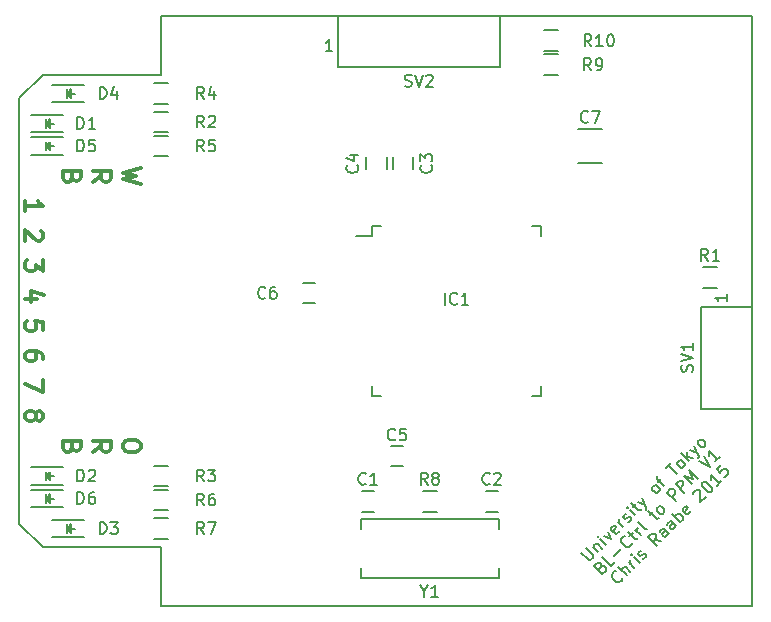
<source format=gbr>
G04 #@! TF.FileFunction,Legend,Top*
%FSLAX46Y46*%
G04 Gerber Fmt 4.6, Leading zero omitted, Abs format (unit mm)*
G04 Created by KiCad (PCBNEW 4.0.0-rc1-stable) date 11/9/2015 9:11:32 AM*
%MOMM*%
G01*
G04 APERTURE LIST*
%ADD10C,0.100000*%
%ADD11C,0.150000*%
%ADD12C,0.300000*%
G04 APERTURE END LIST*
D10*
D11*
X86383846Y-71648672D02*
X86956266Y-72221091D01*
X87057281Y-72254763D01*
X87124625Y-72254763D01*
X87225640Y-72221091D01*
X87360327Y-72086404D01*
X87393999Y-71985389D01*
X87393999Y-71918045D01*
X87360327Y-71817030D01*
X86787908Y-71244610D01*
X87360327Y-71143595D02*
X87831732Y-71615000D01*
X87427670Y-71210939D02*
X87427670Y-71143595D01*
X87461342Y-71042580D01*
X87562358Y-70941564D01*
X87663373Y-70907892D01*
X87764388Y-70941564D01*
X88134778Y-71311954D01*
X88471495Y-70975236D02*
X88000090Y-70503832D01*
X87764388Y-70268130D02*
X87764388Y-70335473D01*
X87831732Y-70335473D01*
X87831732Y-70268130D01*
X87764388Y-70268130D01*
X87831732Y-70335473D01*
X88269464Y-70234458D02*
X88909227Y-70537504D01*
X88606182Y-69897740D01*
X89582663Y-69796725D02*
X89548991Y-69897740D01*
X89414304Y-70032428D01*
X89313288Y-70066099D01*
X89212273Y-70032428D01*
X88942899Y-69763053D01*
X88909227Y-69662038D01*
X88942899Y-69561023D01*
X89077586Y-69426335D01*
X89178602Y-69392664D01*
X89279617Y-69426335D01*
X89346961Y-69493680D01*
X89077586Y-69897741D01*
X89953052Y-69493680D02*
X89481647Y-69022275D01*
X89616334Y-69156962D02*
X89582662Y-69055946D01*
X89582662Y-68988603D01*
X89616334Y-68887588D01*
X89683678Y-68820244D01*
X90323441Y-69055946D02*
X90424457Y-69022275D01*
X90559143Y-68887588D01*
X90592816Y-68786572D01*
X90559144Y-68685557D01*
X90525472Y-68651885D01*
X90424457Y-68618213D01*
X90323441Y-68651886D01*
X90222426Y-68752901D01*
X90121411Y-68786573D01*
X90020395Y-68752900D01*
X89986724Y-68719229D01*
X89953052Y-68618213D01*
X89986724Y-68517198D01*
X90087739Y-68416183D01*
X90188755Y-68382511D01*
X90963205Y-68483527D02*
X90491800Y-68012122D01*
X90256098Y-67776420D02*
X90256098Y-67843763D01*
X90323441Y-67843763D01*
X90323441Y-67776420D01*
X90256098Y-67776420D01*
X90323441Y-67843763D01*
X90727502Y-67776420D02*
X90996876Y-67507046D01*
X90592815Y-67439703D02*
X91198907Y-68045794D01*
X91299922Y-68079466D01*
X91400937Y-68045794D01*
X91468281Y-67978451D01*
X91165235Y-67338687D02*
X91804998Y-67641733D01*
X91501953Y-67001969D02*
X91804998Y-67641733D01*
X91906014Y-67877435D01*
X91906014Y-67944778D01*
X91872342Y-68045794D01*
X92882495Y-66564237D02*
X92781480Y-66597908D01*
X92714136Y-66597908D01*
X92613121Y-66564237D01*
X92411090Y-66362206D01*
X92377418Y-66261190D01*
X92377418Y-66193847D01*
X92411090Y-66092832D01*
X92512106Y-65991816D01*
X92613121Y-65958144D01*
X92680465Y-65958144D01*
X92781480Y-65991816D01*
X92983511Y-66193847D01*
X93017182Y-66294862D01*
X93017182Y-66362206D01*
X92983511Y-66463221D01*
X92882495Y-66564237D01*
X92848823Y-65655099D02*
X93118197Y-65385725D01*
X93421243Y-66025488D02*
X92815151Y-65419397D01*
X92781480Y-65318382D01*
X92815151Y-65217366D01*
X92882495Y-65150023D01*
X93555931Y-64476587D02*
X93959992Y-64072526D01*
X94465068Y-64981664D02*
X93757961Y-64274557D01*
X95003816Y-64442915D02*
X94902801Y-64476587D01*
X94835457Y-64476587D01*
X94734442Y-64442915D01*
X94532411Y-64240884D01*
X94498739Y-64139869D01*
X94498739Y-64072526D01*
X94532411Y-63971511D01*
X94633427Y-63870495D01*
X94734442Y-63836823D01*
X94801786Y-63836823D01*
X94902801Y-63870495D01*
X95104832Y-64072526D01*
X95138503Y-64173541D01*
X95138503Y-64240884D01*
X95104832Y-64341900D01*
X95003816Y-64442915D01*
X95542564Y-63904167D02*
X94835457Y-63197060D01*
X95340534Y-63567450D02*
X95811939Y-63634793D01*
X95340534Y-63163388D02*
X95340534Y-63702137D01*
X95576236Y-62927686D02*
X96215999Y-63230732D01*
X95912954Y-62590968D02*
X96215999Y-63230732D01*
X96317014Y-63466434D01*
X96317014Y-63533778D01*
X96283343Y-63634793D01*
X96754747Y-62691984D02*
X96653732Y-62725656D01*
X96586389Y-62725656D01*
X96485374Y-62691984D01*
X96283343Y-62489953D01*
X96249671Y-62388938D01*
X96249671Y-62321594D01*
X96283343Y-62220579D01*
X96384358Y-62119563D01*
X96485374Y-62085892D01*
X96552717Y-62085892D01*
X96653732Y-62119563D01*
X96855763Y-62321594D01*
X96889435Y-62422610D01*
X96889435Y-62489953D01*
X96855763Y-62590968D01*
X96754747Y-62691984D01*
X88035447Y-72862538D02*
X88170133Y-72795194D01*
X88237478Y-72795195D01*
X88338493Y-72828867D01*
X88439508Y-72929882D01*
X88473180Y-73030897D01*
X88473180Y-73098240D01*
X88439508Y-73199255D01*
X88170133Y-73468630D01*
X87463027Y-72761523D01*
X87698729Y-72525820D01*
X87799745Y-72492149D01*
X87867088Y-72492149D01*
X87968103Y-72525820D01*
X88035447Y-72593164D01*
X88069118Y-72694179D01*
X88069118Y-72761522D01*
X88035447Y-72862538D01*
X87799744Y-73098240D01*
X89213958Y-72424805D02*
X88877240Y-72761523D01*
X88170133Y-72054416D01*
X89180286Y-71919729D02*
X89719035Y-71380981D01*
X90661843Y-70842233D02*
X90661843Y-70909576D01*
X90594500Y-71044263D01*
X90527157Y-71111607D01*
X90392469Y-71178951D01*
X90257782Y-71178951D01*
X90156767Y-71145279D01*
X89988408Y-71044264D01*
X89887393Y-70943248D01*
X89786377Y-70774890D01*
X89752706Y-70673874D01*
X89752706Y-70539188D01*
X89820050Y-70404500D01*
X89887393Y-70337157D01*
X90022080Y-70269813D01*
X90089424Y-70269813D01*
X90459812Y-70236141D02*
X90729186Y-69966768D01*
X90325126Y-69899424D02*
X90931217Y-70505516D01*
X91032232Y-70539188D01*
X91133247Y-70505516D01*
X91200591Y-70438172D01*
X91436294Y-70202470D02*
X90964889Y-69731065D01*
X91099576Y-69865752D02*
X91065904Y-69764737D01*
X91065904Y-69697393D01*
X91099576Y-69596378D01*
X91166920Y-69529034D01*
X91975042Y-69663721D02*
X91874027Y-69697393D01*
X91773012Y-69663721D01*
X91166920Y-69057630D01*
X92210745Y-68485209D02*
X92480118Y-68215836D01*
X92076058Y-68148492D02*
X92682149Y-68754584D01*
X92783164Y-68788255D01*
X92884180Y-68754584D01*
X92951523Y-68687240D01*
X93288241Y-68350522D02*
X93187226Y-68384194D01*
X93119882Y-68384194D01*
X93018867Y-68350522D01*
X92816836Y-68148491D01*
X92783164Y-68047476D01*
X92783164Y-67980133D01*
X92816836Y-67879118D01*
X92917852Y-67778102D01*
X93018867Y-67744430D01*
X93086211Y-67744430D01*
X93187226Y-67778102D01*
X93389257Y-67980133D01*
X93422929Y-68081148D01*
X93422929Y-68148491D01*
X93389257Y-68249507D01*
X93288241Y-68350522D01*
X94365737Y-67273026D02*
X93658631Y-66565919D01*
X93928005Y-66296545D01*
X94029020Y-66262873D01*
X94096364Y-66262873D01*
X94197379Y-66296545D01*
X94298394Y-66397560D01*
X94332066Y-66498575D01*
X94332066Y-66565919D01*
X94298394Y-66666934D01*
X94029019Y-66936308D01*
X95072844Y-66565919D02*
X94365737Y-65858812D01*
X94635112Y-65589438D01*
X94736127Y-65555766D01*
X94803470Y-65555766D01*
X94904486Y-65589438D01*
X95005501Y-65690453D01*
X95039172Y-65791468D01*
X95039172Y-65858812D01*
X95005501Y-65959827D01*
X94736126Y-66229201D01*
X95779951Y-65858812D02*
X95072844Y-65151706D01*
X95813623Y-65421079D01*
X95544249Y-64680301D01*
X96251356Y-65387408D01*
X96318699Y-63905851D02*
X97261508Y-64377255D01*
X96790104Y-63434446D01*
X98103302Y-63535461D02*
X97699241Y-63939522D01*
X97901271Y-63737492D02*
X97194164Y-63030385D01*
X97227836Y-63198744D01*
X97227836Y-63333431D01*
X97194164Y-63434446D01*
X89872242Y-73823867D02*
X89872242Y-73891210D01*
X89804898Y-74025897D01*
X89737555Y-74093240D01*
X89602867Y-74160585D01*
X89468181Y-74160585D01*
X89367165Y-74126913D01*
X89198807Y-74025898D01*
X89097791Y-73924882D01*
X88996776Y-73756523D01*
X88963104Y-73655508D01*
X88963104Y-73520821D01*
X89030448Y-73386134D01*
X89097792Y-73318790D01*
X89232478Y-73251447D01*
X89299822Y-73251447D01*
X90242631Y-73588165D02*
X89535524Y-72881058D01*
X90545677Y-73285118D02*
X90175287Y-72914729D01*
X90074272Y-72881057D01*
X89973257Y-72914729D01*
X89872241Y-73015745D01*
X89838569Y-73116760D01*
X89838569Y-73184103D01*
X90882394Y-72948401D02*
X90410989Y-72476997D01*
X90545676Y-72611683D02*
X90512004Y-72510668D01*
X90512004Y-72443325D01*
X90545676Y-72342310D01*
X90613020Y-72274966D01*
X91320127Y-72510668D02*
X90848722Y-72039263D01*
X90613020Y-71803561D02*
X90613020Y-71870905D01*
X90680364Y-71870905D01*
X90680364Y-71803561D01*
X90613020Y-71803561D01*
X90680364Y-71870905D01*
X91589501Y-72173951D02*
X91690516Y-72140279D01*
X91825203Y-72005592D01*
X91858875Y-71904577D01*
X91825204Y-71803561D01*
X91791532Y-71769890D01*
X91690517Y-71736218D01*
X91589501Y-71769890D01*
X91488486Y-71870906D01*
X91387471Y-71904577D01*
X91286455Y-71870905D01*
X91252783Y-71837233D01*
X91219111Y-71736218D01*
X91252783Y-71635203D01*
X91353798Y-71534188D01*
X91454814Y-71500515D01*
X93172074Y-70658722D02*
X92599653Y-70557706D01*
X92768012Y-71062783D02*
X92060906Y-70355676D01*
X92330280Y-70086302D01*
X92431295Y-70052630D01*
X92498639Y-70052630D01*
X92599654Y-70086302D01*
X92700669Y-70187317D01*
X92734341Y-70288332D01*
X92734341Y-70355675D01*
X92700669Y-70456691D01*
X92431295Y-70726065D01*
X93778165Y-70052630D02*
X93407776Y-69682240D01*
X93306761Y-69648569D01*
X93205745Y-69682240D01*
X93071058Y-69816928D01*
X93037386Y-69917943D01*
X93744494Y-70018958D02*
X93710822Y-70119973D01*
X93542463Y-70288333D01*
X93441447Y-70322004D01*
X93340432Y-70288333D01*
X93273089Y-70220989D01*
X93239417Y-70119974D01*
X93273089Y-70018959D01*
X93441448Y-69850600D01*
X93475120Y-69749585D01*
X94417929Y-69412867D02*
X94047539Y-69042477D01*
X93946524Y-69008805D01*
X93845509Y-69042477D01*
X93710821Y-69177165D01*
X93677149Y-69278180D01*
X94384257Y-69379195D02*
X94350585Y-69480210D01*
X94182226Y-69648569D01*
X94081211Y-69682241D01*
X93980196Y-69648569D01*
X93912852Y-69581226D01*
X93879180Y-69480211D01*
X93912852Y-69379196D01*
X94081212Y-69210836D01*
X94114883Y-69109821D01*
X94754646Y-69076149D02*
X94047539Y-68369043D01*
X94316913Y-68638416D02*
X94350585Y-68537401D01*
X94485272Y-68402714D01*
X94586287Y-68369042D01*
X94653631Y-68369042D01*
X94754646Y-68402714D01*
X94956677Y-68604745D01*
X94990349Y-68705760D01*
X94990349Y-68773103D01*
X94956677Y-68874118D01*
X94821989Y-69008806D01*
X94720974Y-69042478D01*
X95630112Y-68133340D02*
X95596440Y-68234355D01*
X95461753Y-68369043D01*
X95360737Y-68402714D01*
X95259722Y-68369043D01*
X94990348Y-68099668D01*
X94956676Y-67998653D01*
X94990348Y-67897638D01*
X95125035Y-67762950D01*
X95226051Y-67729279D01*
X95327066Y-67762950D01*
X95394410Y-67830295D01*
X95125035Y-68234356D01*
X95865814Y-66685455D02*
X95865814Y-66618111D01*
X95899486Y-66517096D01*
X96067845Y-66348737D01*
X96168860Y-66315065D01*
X96236204Y-66315065D01*
X96337219Y-66348737D01*
X96404562Y-66416080D01*
X96471906Y-66550767D01*
X96471906Y-67358890D01*
X96909639Y-66921157D01*
X96640264Y-65776318D02*
X96707608Y-65708973D01*
X96808623Y-65675302D01*
X96875967Y-65675302D01*
X96976982Y-65708973D01*
X97145341Y-65809989D01*
X97313700Y-65978348D01*
X97414715Y-66146706D01*
X97448387Y-66247722D01*
X97448387Y-66315065D01*
X97414715Y-66416080D01*
X97347371Y-66483424D01*
X97246356Y-66517096D01*
X97179012Y-66517096D01*
X97077997Y-66483424D01*
X96909639Y-66382409D01*
X96741279Y-66214050D01*
X96640264Y-66045691D01*
X96606592Y-65944676D01*
X96606592Y-65877333D01*
X96640264Y-65776318D01*
X98256509Y-65574287D02*
X97852447Y-65978348D01*
X98054478Y-65776318D02*
X97347371Y-65069211D01*
X97381043Y-65237569D01*
X97381043Y-65372256D01*
X97347371Y-65473271D01*
X98189165Y-64227416D02*
X97852447Y-64564134D01*
X98155493Y-64934523D01*
X98155493Y-64867180D01*
X98189165Y-64766165D01*
X98357524Y-64597805D01*
X98458539Y-64564134D01*
X98525883Y-64564134D01*
X98626898Y-64597806D01*
X98795257Y-64766165D01*
X98828929Y-64867180D01*
X98828929Y-64934523D01*
X98795257Y-65035538D01*
X98626898Y-65203898D01*
X98525883Y-65237569D01*
X98458539Y-65237569D01*
X100800000Y-76200000D02*
X100800000Y-26200000D01*
X50800000Y-76200000D02*
X100800000Y-76200000D01*
X50800000Y-71200000D02*
X50800000Y-76200000D01*
X40800000Y-71200000D02*
X50800000Y-71200000D01*
X38800000Y-69200000D02*
X40800000Y-71200000D01*
X38800000Y-33200000D02*
X38800000Y-69200000D01*
X40800000Y-31200000D02*
X38800000Y-33200000D01*
X50800000Y-31200000D02*
X40800000Y-31200000D01*
X50800000Y-26200000D02*
X50800000Y-31200000D01*
X100800000Y-26200000D02*
X50800000Y-26200000D01*
D12*
X40183571Y-59947144D02*
X40255000Y-59804286D01*
X40326429Y-59732858D01*
X40469286Y-59661429D01*
X40540714Y-59661429D01*
X40683571Y-59732858D01*
X40755000Y-59804286D01*
X40826429Y-59947144D01*
X40826429Y-60232858D01*
X40755000Y-60375715D01*
X40683571Y-60447144D01*
X40540714Y-60518572D01*
X40469286Y-60518572D01*
X40326429Y-60447144D01*
X40255000Y-60375715D01*
X40183571Y-60232858D01*
X40183571Y-59947144D01*
X40112143Y-59804286D01*
X40040714Y-59732858D01*
X39897857Y-59661429D01*
X39612143Y-59661429D01*
X39469286Y-59732858D01*
X39397857Y-59804286D01*
X39326429Y-59947144D01*
X39326429Y-60232858D01*
X39397857Y-60375715D01*
X39469286Y-60447144D01*
X39612143Y-60518572D01*
X39897857Y-60518572D01*
X40040714Y-60447144D01*
X40112143Y-60375715D01*
X40183571Y-60232858D01*
X40826429Y-57050001D02*
X40826429Y-58050001D01*
X39326429Y-57407144D01*
X40826429Y-55295715D02*
X40826429Y-55010001D01*
X40755000Y-54867144D01*
X40683571Y-54795715D01*
X40469286Y-54652858D01*
X40183571Y-54581429D01*
X39612143Y-54581429D01*
X39469286Y-54652858D01*
X39397857Y-54724286D01*
X39326429Y-54867144D01*
X39326429Y-55152858D01*
X39397857Y-55295715D01*
X39469286Y-55367144D01*
X39612143Y-55438572D01*
X39969286Y-55438572D01*
X40112143Y-55367144D01*
X40183571Y-55295715D01*
X40255000Y-55152858D01*
X40255000Y-54867144D01*
X40183571Y-54724286D01*
X40112143Y-54652858D01*
X39969286Y-54581429D01*
X40826429Y-52827144D02*
X40826429Y-52112858D01*
X40112143Y-52041429D01*
X40183571Y-52112858D01*
X40255000Y-52255715D01*
X40255000Y-52612858D01*
X40183571Y-52755715D01*
X40112143Y-52827144D01*
X39969286Y-52898572D01*
X39612143Y-52898572D01*
X39469286Y-52827144D01*
X39397857Y-52755715D01*
X39326429Y-52612858D01*
X39326429Y-52255715D01*
X39397857Y-52112858D01*
X39469286Y-52041429D01*
X40326429Y-50215715D02*
X39326429Y-50215715D01*
X40897857Y-49858572D02*
X39826429Y-49501429D01*
X39826429Y-50430001D01*
X40826429Y-46890001D02*
X40826429Y-47818572D01*
X40255000Y-47318572D01*
X40255000Y-47532858D01*
X40183571Y-47675715D01*
X40112143Y-47747144D01*
X39969286Y-47818572D01*
X39612143Y-47818572D01*
X39469286Y-47747144D01*
X39397857Y-47675715D01*
X39326429Y-47532858D01*
X39326429Y-47104286D01*
X39397857Y-46961429D01*
X39469286Y-46890001D01*
X40683571Y-44421429D02*
X40755000Y-44492858D01*
X40826429Y-44635715D01*
X40826429Y-44992858D01*
X40755000Y-45135715D01*
X40683571Y-45207144D01*
X40540714Y-45278572D01*
X40397857Y-45278572D01*
X40183571Y-45207144D01*
X39326429Y-44350001D01*
X39326429Y-45278572D01*
X39326429Y-42738572D02*
X39326429Y-41881429D01*
X39326429Y-42310001D02*
X40826429Y-42310001D01*
X40612143Y-42167144D01*
X40469286Y-42024286D01*
X40397857Y-41881429D01*
X49081429Y-62487143D02*
X49081429Y-62772857D01*
X49010000Y-62915715D01*
X48867143Y-63058572D01*
X48581429Y-63130000D01*
X48081429Y-63130000D01*
X47795714Y-63058572D01*
X47652857Y-62915715D01*
X47581429Y-62772857D01*
X47581429Y-62487143D01*
X47652857Y-62344286D01*
X47795714Y-62201429D01*
X48081429Y-62130000D01*
X48581429Y-62130000D01*
X48867143Y-62201429D01*
X49010000Y-62344286D01*
X49081429Y-62487143D01*
X45041429Y-63094286D02*
X45755714Y-62594286D01*
X45041429Y-62237143D02*
X46541429Y-62237143D01*
X46541429Y-62808571D01*
X46470000Y-62951429D01*
X46398571Y-63022857D01*
X46255714Y-63094286D01*
X46041429Y-63094286D01*
X45898571Y-63022857D01*
X45827143Y-62951429D01*
X45755714Y-62808571D01*
X45755714Y-62237143D01*
X43287143Y-62737143D02*
X43215714Y-62951429D01*
X43144286Y-63022857D01*
X43001429Y-63094286D01*
X42787143Y-63094286D01*
X42644286Y-63022857D01*
X42572857Y-62951429D01*
X42501429Y-62808571D01*
X42501429Y-62237143D01*
X44001429Y-62237143D01*
X44001429Y-62737143D01*
X43930000Y-62880000D01*
X43858571Y-62951429D01*
X43715714Y-63022857D01*
X43572857Y-63022857D01*
X43430000Y-62951429D01*
X43358571Y-62880000D01*
X43287143Y-62737143D01*
X43287143Y-62237143D01*
X49081429Y-39127143D02*
X47581429Y-39484286D01*
X48652857Y-39770000D01*
X47581429Y-40055714D01*
X49081429Y-40412857D01*
X45041429Y-40234286D02*
X45755714Y-39734286D01*
X45041429Y-39377143D02*
X46541429Y-39377143D01*
X46541429Y-39948571D01*
X46470000Y-40091429D01*
X46398571Y-40162857D01*
X46255714Y-40234286D01*
X46041429Y-40234286D01*
X45898571Y-40162857D01*
X45827143Y-40091429D01*
X45755714Y-39948571D01*
X45755714Y-39377143D01*
X43287143Y-39877143D02*
X43215714Y-40091429D01*
X43144286Y-40162857D01*
X43001429Y-40234286D01*
X42787143Y-40234286D01*
X42644286Y-40162857D01*
X42572857Y-40091429D01*
X42501429Y-39948571D01*
X42501429Y-39377143D01*
X44001429Y-39377143D01*
X44001429Y-39877143D01*
X43930000Y-40020000D01*
X43858571Y-40091429D01*
X43715714Y-40162857D01*
X43572857Y-40162857D01*
X43430000Y-40091429D01*
X43358571Y-40020000D01*
X43287143Y-39877143D01*
X43287143Y-39377143D01*
D11*
X68625000Y-44025000D02*
X68625000Y-44825000D01*
X82975000Y-44025000D02*
X82975000Y-44825000D01*
X82975000Y-58375000D02*
X82975000Y-57575000D01*
X68625000Y-58375000D02*
X68625000Y-57575000D01*
X68625000Y-44025000D02*
X69425000Y-44025000D01*
X68625000Y-58375000D02*
X69425000Y-58375000D01*
X82975000Y-58375000D02*
X82175000Y-58375000D01*
X82975000Y-44025000D02*
X82175000Y-44025000D01*
X68625000Y-44825000D02*
X67350000Y-44825000D01*
X67700380Y-73829360D02*
X79399620Y-73829360D01*
X79399620Y-68830640D02*
X67700380Y-68830640D01*
X79399620Y-73829360D02*
X79399620Y-72981000D01*
X79399620Y-68830640D02*
X79399620Y-69679000D01*
X67700380Y-73829360D02*
X67700380Y-72981000D01*
X67700380Y-68830640D02*
X67700380Y-69679000D01*
X67800000Y-68180000D02*
X68800000Y-68180000D01*
X68800000Y-66480000D02*
X67800000Y-66480000D01*
X79300000Y-66480000D02*
X78300000Y-66480000D01*
X78300000Y-68180000D02*
X79300000Y-68180000D01*
X70450000Y-38200000D02*
X70450000Y-39200000D01*
X72150000Y-39200000D02*
X72150000Y-38200000D01*
X68200000Y-38200000D02*
X68200000Y-39200000D01*
X69900000Y-39200000D02*
X69900000Y-38200000D01*
X70300000Y-64300000D02*
X71300000Y-64300000D01*
X71300000Y-62600000D02*
X70300000Y-62600000D01*
X62800000Y-50550000D02*
X63800000Y-50550000D01*
X63800000Y-48850000D02*
X62800000Y-48850000D01*
X39802000Y-36075000D02*
X42502000Y-36075000D01*
X39802000Y-34575000D02*
X42502000Y-34575000D01*
X41302000Y-35475000D02*
X41302000Y-35225000D01*
X41302000Y-35225000D02*
X41152000Y-35375000D01*
X41052000Y-34975000D02*
X41052000Y-35675000D01*
X41402000Y-35325000D02*
X41752000Y-35325000D01*
X41052000Y-35325000D02*
X41402000Y-34975000D01*
X41402000Y-34975000D02*
X41402000Y-35675000D01*
X41402000Y-35675000D02*
X41052000Y-35325000D01*
X39802000Y-65920000D02*
X42502000Y-65920000D01*
X39802000Y-64420000D02*
X42502000Y-64420000D01*
X41302000Y-65320000D02*
X41302000Y-65070000D01*
X41302000Y-65070000D02*
X41152000Y-65220000D01*
X41052000Y-64820000D02*
X41052000Y-65520000D01*
X41402000Y-65170000D02*
X41752000Y-65170000D01*
X41052000Y-65170000D02*
X41402000Y-64820000D01*
X41402000Y-64820000D02*
X41402000Y-65520000D01*
X41402000Y-65520000D02*
X41052000Y-65170000D01*
X41580000Y-70365000D02*
X44280000Y-70365000D01*
X41580000Y-68865000D02*
X44280000Y-68865000D01*
X43080000Y-69765000D02*
X43080000Y-69515000D01*
X43080000Y-69515000D02*
X42930000Y-69665000D01*
X42830000Y-69265000D02*
X42830000Y-69965000D01*
X43180000Y-69615000D02*
X43530000Y-69615000D01*
X42830000Y-69615000D02*
X43180000Y-69265000D01*
X43180000Y-69265000D02*
X43180000Y-69965000D01*
X43180000Y-69965000D02*
X42830000Y-69615000D01*
X41580000Y-33535000D02*
X44280000Y-33535000D01*
X41580000Y-32035000D02*
X44280000Y-32035000D01*
X43080000Y-32935000D02*
X43080000Y-32685000D01*
X43080000Y-32685000D02*
X42930000Y-32835000D01*
X42830000Y-32435000D02*
X42830000Y-33135000D01*
X43180000Y-32785000D02*
X43530000Y-32785000D01*
X42830000Y-32785000D02*
X43180000Y-32435000D01*
X43180000Y-32435000D02*
X43180000Y-33135000D01*
X43180000Y-33135000D02*
X42830000Y-32785000D01*
X39802000Y-37980000D02*
X42502000Y-37980000D01*
X39802000Y-36480000D02*
X42502000Y-36480000D01*
X41302000Y-37380000D02*
X41302000Y-37130000D01*
X41302000Y-37130000D02*
X41152000Y-37280000D01*
X41052000Y-36880000D02*
X41052000Y-37580000D01*
X41402000Y-37230000D02*
X41752000Y-37230000D01*
X41052000Y-37230000D02*
X41402000Y-36880000D01*
X41402000Y-36880000D02*
X41402000Y-37580000D01*
X41402000Y-37580000D02*
X41052000Y-37230000D01*
X39802000Y-67825000D02*
X42502000Y-67825000D01*
X39802000Y-66325000D02*
X42502000Y-66325000D01*
X41302000Y-67225000D02*
X41302000Y-66975000D01*
X41302000Y-66975000D02*
X41152000Y-67125000D01*
X41052000Y-66725000D02*
X41052000Y-67425000D01*
X41402000Y-67075000D02*
X41752000Y-67075000D01*
X41052000Y-67075000D02*
X41402000Y-66725000D01*
X41402000Y-66725000D02*
X41402000Y-67425000D01*
X41402000Y-67425000D02*
X41052000Y-67075000D01*
X96682000Y-47512000D02*
X97882000Y-47512000D01*
X97882000Y-49262000D02*
X96682000Y-49262000D01*
X50200000Y-34323000D02*
X51400000Y-34323000D01*
X51400000Y-36073000D02*
X50200000Y-36073000D01*
X50200000Y-64295000D02*
X51400000Y-64295000D01*
X51400000Y-66045000D02*
X50200000Y-66045000D01*
X50200000Y-31910000D02*
X51400000Y-31910000D01*
X51400000Y-33660000D02*
X50200000Y-33660000D01*
X50200000Y-36355000D02*
X51400000Y-36355000D01*
X51400000Y-38105000D02*
X50200000Y-38105000D01*
X50200000Y-66327000D02*
X51400000Y-66327000D01*
X51400000Y-68077000D02*
X50200000Y-68077000D01*
X51400000Y-70490000D02*
X50200000Y-70490000D01*
X50200000Y-68740000D02*
X51400000Y-68740000D01*
X72950000Y-66455000D02*
X74150000Y-66455000D01*
X74150000Y-68205000D02*
X72950000Y-68205000D01*
X84420000Y-31228000D02*
X83220000Y-31228000D01*
X83220000Y-29478000D02*
X84420000Y-29478000D01*
X84420000Y-29196000D02*
X83220000Y-29196000D01*
X83220000Y-27446000D02*
X84420000Y-27446000D01*
X96482000Y-59455000D02*
X96482000Y-50819000D01*
X96482000Y-59455000D02*
X100800000Y-59455000D01*
X96482000Y-50819000D02*
X100800000Y-50819000D01*
X79502000Y-30518000D02*
X65786000Y-30518000D01*
X79502000Y-30518000D02*
X79502000Y-26200000D01*
X65786000Y-30518000D02*
X65786000Y-26200000D01*
X88122000Y-35755000D02*
X86122000Y-35755000D01*
X86122000Y-38705000D02*
X88122000Y-38705000D01*
X74823810Y-50652381D02*
X74823810Y-49652381D01*
X75871429Y-50557143D02*
X75823810Y-50604762D01*
X75680953Y-50652381D01*
X75585715Y-50652381D01*
X75442857Y-50604762D01*
X75347619Y-50509524D01*
X75300000Y-50414286D01*
X75252381Y-50223810D01*
X75252381Y-50080952D01*
X75300000Y-49890476D01*
X75347619Y-49795238D01*
X75442857Y-49700000D01*
X75585715Y-49652381D01*
X75680953Y-49652381D01*
X75823810Y-49700000D01*
X75871429Y-49747619D01*
X76823810Y-50652381D02*
X76252381Y-50652381D01*
X76538095Y-50652381D02*
X76538095Y-49652381D01*
X76442857Y-49795238D01*
X76347619Y-49890476D01*
X76252381Y-49938095D01*
X73073809Y-74926190D02*
X73073809Y-75402381D01*
X72740476Y-74402381D02*
X73073809Y-74926190D01*
X73407143Y-74402381D01*
X74264286Y-75402381D02*
X73692857Y-75402381D01*
X73978571Y-75402381D02*
X73978571Y-74402381D01*
X73883333Y-74545238D01*
X73788095Y-74640476D01*
X73692857Y-74688095D01*
X68133334Y-65807143D02*
X68085715Y-65854762D01*
X67942858Y-65902381D01*
X67847620Y-65902381D01*
X67704762Y-65854762D01*
X67609524Y-65759524D01*
X67561905Y-65664286D01*
X67514286Y-65473810D01*
X67514286Y-65330952D01*
X67561905Y-65140476D01*
X67609524Y-65045238D01*
X67704762Y-64950000D01*
X67847620Y-64902381D01*
X67942858Y-64902381D01*
X68085715Y-64950000D01*
X68133334Y-64997619D01*
X69085715Y-65902381D02*
X68514286Y-65902381D01*
X68800000Y-65902381D02*
X68800000Y-64902381D01*
X68704762Y-65045238D01*
X68609524Y-65140476D01*
X68514286Y-65188095D01*
X78633334Y-65807143D02*
X78585715Y-65854762D01*
X78442858Y-65902381D01*
X78347620Y-65902381D01*
X78204762Y-65854762D01*
X78109524Y-65759524D01*
X78061905Y-65664286D01*
X78014286Y-65473810D01*
X78014286Y-65330952D01*
X78061905Y-65140476D01*
X78109524Y-65045238D01*
X78204762Y-64950000D01*
X78347620Y-64902381D01*
X78442858Y-64902381D01*
X78585715Y-64950000D01*
X78633334Y-64997619D01*
X79014286Y-64997619D02*
X79061905Y-64950000D01*
X79157143Y-64902381D01*
X79395239Y-64902381D01*
X79490477Y-64950000D01*
X79538096Y-64997619D01*
X79585715Y-65092857D01*
X79585715Y-65188095D01*
X79538096Y-65330952D01*
X78966667Y-65902381D01*
X79585715Y-65902381D01*
X73657143Y-38866666D02*
X73704762Y-38914285D01*
X73752381Y-39057142D01*
X73752381Y-39152380D01*
X73704762Y-39295238D01*
X73609524Y-39390476D01*
X73514286Y-39438095D01*
X73323810Y-39485714D01*
X73180952Y-39485714D01*
X72990476Y-39438095D01*
X72895238Y-39390476D01*
X72800000Y-39295238D01*
X72752381Y-39152380D01*
X72752381Y-39057142D01*
X72800000Y-38914285D01*
X72847619Y-38866666D01*
X72752381Y-38533333D02*
X72752381Y-37914285D01*
X73133333Y-38247619D01*
X73133333Y-38104761D01*
X73180952Y-38009523D01*
X73228571Y-37961904D01*
X73323810Y-37914285D01*
X73561905Y-37914285D01*
X73657143Y-37961904D01*
X73704762Y-38009523D01*
X73752381Y-38104761D01*
X73752381Y-38390476D01*
X73704762Y-38485714D01*
X73657143Y-38533333D01*
X67407143Y-38866666D02*
X67454762Y-38914285D01*
X67502381Y-39057142D01*
X67502381Y-39152380D01*
X67454762Y-39295238D01*
X67359524Y-39390476D01*
X67264286Y-39438095D01*
X67073810Y-39485714D01*
X66930952Y-39485714D01*
X66740476Y-39438095D01*
X66645238Y-39390476D01*
X66550000Y-39295238D01*
X66502381Y-39152380D01*
X66502381Y-39057142D01*
X66550000Y-38914285D01*
X66597619Y-38866666D01*
X66835714Y-38009523D02*
X67502381Y-38009523D01*
X66454762Y-38247619D02*
X67169048Y-38485714D01*
X67169048Y-37866666D01*
X70633334Y-62057143D02*
X70585715Y-62104762D01*
X70442858Y-62152381D01*
X70347620Y-62152381D01*
X70204762Y-62104762D01*
X70109524Y-62009524D01*
X70061905Y-61914286D01*
X70014286Y-61723810D01*
X70014286Y-61580952D01*
X70061905Y-61390476D01*
X70109524Y-61295238D01*
X70204762Y-61200000D01*
X70347620Y-61152381D01*
X70442858Y-61152381D01*
X70585715Y-61200000D01*
X70633334Y-61247619D01*
X71538096Y-61152381D02*
X71061905Y-61152381D01*
X71014286Y-61628571D01*
X71061905Y-61580952D01*
X71157143Y-61533333D01*
X71395239Y-61533333D01*
X71490477Y-61580952D01*
X71538096Y-61628571D01*
X71585715Y-61723810D01*
X71585715Y-61961905D01*
X71538096Y-62057143D01*
X71490477Y-62104762D01*
X71395239Y-62152381D01*
X71157143Y-62152381D01*
X71061905Y-62104762D01*
X71014286Y-62057143D01*
X59633334Y-50057143D02*
X59585715Y-50104762D01*
X59442858Y-50152381D01*
X59347620Y-50152381D01*
X59204762Y-50104762D01*
X59109524Y-50009524D01*
X59061905Y-49914286D01*
X59014286Y-49723810D01*
X59014286Y-49580952D01*
X59061905Y-49390476D01*
X59109524Y-49295238D01*
X59204762Y-49200000D01*
X59347620Y-49152381D01*
X59442858Y-49152381D01*
X59585715Y-49200000D01*
X59633334Y-49247619D01*
X60490477Y-49152381D02*
X60300000Y-49152381D01*
X60204762Y-49200000D01*
X60157143Y-49247619D01*
X60061905Y-49390476D01*
X60014286Y-49580952D01*
X60014286Y-49961905D01*
X60061905Y-50057143D01*
X60109524Y-50104762D01*
X60204762Y-50152381D01*
X60395239Y-50152381D01*
X60490477Y-50104762D01*
X60538096Y-50057143D01*
X60585715Y-49961905D01*
X60585715Y-49723810D01*
X60538096Y-49628571D01*
X60490477Y-49580952D01*
X60395239Y-49533333D01*
X60204762Y-49533333D01*
X60109524Y-49580952D01*
X60061905Y-49628571D01*
X60014286Y-49723810D01*
X43711905Y-35777381D02*
X43711905Y-34777381D01*
X43950000Y-34777381D01*
X44092858Y-34825000D01*
X44188096Y-34920238D01*
X44235715Y-35015476D01*
X44283334Y-35205952D01*
X44283334Y-35348810D01*
X44235715Y-35539286D01*
X44188096Y-35634524D01*
X44092858Y-35729762D01*
X43950000Y-35777381D01*
X43711905Y-35777381D01*
X45235715Y-35777381D02*
X44664286Y-35777381D01*
X44950000Y-35777381D02*
X44950000Y-34777381D01*
X44854762Y-34920238D01*
X44759524Y-35015476D01*
X44664286Y-35063095D01*
X43711905Y-65622381D02*
X43711905Y-64622381D01*
X43950000Y-64622381D01*
X44092858Y-64670000D01*
X44188096Y-64765238D01*
X44235715Y-64860476D01*
X44283334Y-65050952D01*
X44283334Y-65193810D01*
X44235715Y-65384286D01*
X44188096Y-65479524D01*
X44092858Y-65574762D01*
X43950000Y-65622381D01*
X43711905Y-65622381D01*
X44664286Y-64717619D02*
X44711905Y-64670000D01*
X44807143Y-64622381D01*
X45045239Y-64622381D01*
X45140477Y-64670000D01*
X45188096Y-64717619D01*
X45235715Y-64812857D01*
X45235715Y-64908095D01*
X45188096Y-65050952D01*
X44616667Y-65622381D01*
X45235715Y-65622381D01*
X45616905Y-70067381D02*
X45616905Y-69067381D01*
X45855000Y-69067381D01*
X45997858Y-69115000D01*
X46093096Y-69210238D01*
X46140715Y-69305476D01*
X46188334Y-69495952D01*
X46188334Y-69638810D01*
X46140715Y-69829286D01*
X46093096Y-69924524D01*
X45997858Y-70019762D01*
X45855000Y-70067381D01*
X45616905Y-70067381D01*
X46521667Y-69067381D02*
X47140715Y-69067381D01*
X46807381Y-69448333D01*
X46950239Y-69448333D01*
X47045477Y-69495952D01*
X47093096Y-69543571D01*
X47140715Y-69638810D01*
X47140715Y-69876905D01*
X47093096Y-69972143D01*
X47045477Y-70019762D01*
X46950239Y-70067381D01*
X46664524Y-70067381D01*
X46569286Y-70019762D01*
X46521667Y-69972143D01*
X45616905Y-33237381D02*
X45616905Y-32237381D01*
X45855000Y-32237381D01*
X45997858Y-32285000D01*
X46093096Y-32380238D01*
X46140715Y-32475476D01*
X46188334Y-32665952D01*
X46188334Y-32808810D01*
X46140715Y-32999286D01*
X46093096Y-33094524D01*
X45997858Y-33189762D01*
X45855000Y-33237381D01*
X45616905Y-33237381D01*
X47045477Y-32570714D02*
X47045477Y-33237381D01*
X46807381Y-32189762D02*
X46569286Y-32904048D01*
X47188334Y-32904048D01*
X43711905Y-37682381D02*
X43711905Y-36682381D01*
X43950000Y-36682381D01*
X44092858Y-36730000D01*
X44188096Y-36825238D01*
X44235715Y-36920476D01*
X44283334Y-37110952D01*
X44283334Y-37253810D01*
X44235715Y-37444286D01*
X44188096Y-37539524D01*
X44092858Y-37634762D01*
X43950000Y-37682381D01*
X43711905Y-37682381D01*
X45188096Y-36682381D02*
X44711905Y-36682381D01*
X44664286Y-37158571D01*
X44711905Y-37110952D01*
X44807143Y-37063333D01*
X45045239Y-37063333D01*
X45140477Y-37110952D01*
X45188096Y-37158571D01*
X45235715Y-37253810D01*
X45235715Y-37491905D01*
X45188096Y-37587143D01*
X45140477Y-37634762D01*
X45045239Y-37682381D01*
X44807143Y-37682381D01*
X44711905Y-37634762D01*
X44664286Y-37587143D01*
X43711905Y-67527381D02*
X43711905Y-66527381D01*
X43950000Y-66527381D01*
X44092858Y-66575000D01*
X44188096Y-66670238D01*
X44235715Y-66765476D01*
X44283334Y-66955952D01*
X44283334Y-67098810D01*
X44235715Y-67289286D01*
X44188096Y-67384524D01*
X44092858Y-67479762D01*
X43950000Y-67527381D01*
X43711905Y-67527381D01*
X45140477Y-66527381D02*
X44950000Y-66527381D01*
X44854762Y-66575000D01*
X44807143Y-66622619D01*
X44711905Y-66765476D01*
X44664286Y-66955952D01*
X44664286Y-67336905D01*
X44711905Y-67432143D01*
X44759524Y-67479762D01*
X44854762Y-67527381D01*
X45045239Y-67527381D01*
X45140477Y-67479762D01*
X45188096Y-67432143D01*
X45235715Y-67336905D01*
X45235715Y-67098810D01*
X45188096Y-67003571D01*
X45140477Y-66955952D01*
X45045239Y-66908333D01*
X44854762Y-66908333D01*
X44759524Y-66955952D01*
X44711905Y-67003571D01*
X44664286Y-67098810D01*
X97115334Y-46934381D02*
X96782000Y-46458190D01*
X96543905Y-46934381D02*
X96543905Y-45934381D01*
X96924858Y-45934381D01*
X97020096Y-45982000D01*
X97067715Y-46029619D01*
X97115334Y-46124857D01*
X97115334Y-46267714D01*
X97067715Y-46362952D01*
X97020096Y-46410571D01*
X96924858Y-46458190D01*
X96543905Y-46458190D01*
X98067715Y-46934381D02*
X97496286Y-46934381D01*
X97782000Y-46934381D02*
X97782000Y-45934381D01*
X97686762Y-46077238D01*
X97591524Y-46172476D01*
X97496286Y-46220095D01*
X54443334Y-35650381D02*
X54110000Y-35174190D01*
X53871905Y-35650381D02*
X53871905Y-34650381D01*
X54252858Y-34650381D01*
X54348096Y-34698000D01*
X54395715Y-34745619D01*
X54443334Y-34840857D01*
X54443334Y-34983714D01*
X54395715Y-35078952D01*
X54348096Y-35126571D01*
X54252858Y-35174190D01*
X53871905Y-35174190D01*
X54824286Y-34745619D02*
X54871905Y-34698000D01*
X54967143Y-34650381D01*
X55205239Y-34650381D01*
X55300477Y-34698000D01*
X55348096Y-34745619D01*
X55395715Y-34840857D01*
X55395715Y-34936095D01*
X55348096Y-35078952D01*
X54776667Y-35650381D01*
X55395715Y-35650381D01*
X54443334Y-65622381D02*
X54110000Y-65146190D01*
X53871905Y-65622381D02*
X53871905Y-64622381D01*
X54252858Y-64622381D01*
X54348096Y-64670000D01*
X54395715Y-64717619D01*
X54443334Y-64812857D01*
X54443334Y-64955714D01*
X54395715Y-65050952D01*
X54348096Y-65098571D01*
X54252858Y-65146190D01*
X53871905Y-65146190D01*
X54776667Y-64622381D02*
X55395715Y-64622381D01*
X55062381Y-65003333D01*
X55205239Y-65003333D01*
X55300477Y-65050952D01*
X55348096Y-65098571D01*
X55395715Y-65193810D01*
X55395715Y-65431905D01*
X55348096Y-65527143D01*
X55300477Y-65574762D01*
X55205239Y-65622381D01*
X54919524Y-65622381D01*
X54824286Y-65574762D01*
X54776667Y-65527143D01*
X54443334Y-33237381D02*
X54110000Y-32761190D01*
X53871905Y-33237381D02*
X53871905Y-32237381D01*
X54252858Y-32237381D01*
X54348096Y-32285000D01*
X54395715Y-32332619D01*
X54443334Y-32427857D01*
X54443334Y-32570714D01*
X54395715Y-32665952D01*
X54348096Y-32713571D01*
X54252858Y-32761190D01*
X53871905Y-32761190D01*
X55300477Y-32570714D02*
X55300477Y-33237381D01*
X55062381Y-32189762D02*
X54824286Y-32904048D01*
X55443334Y-32904048D01*
X54443334Y-37682381D02*
X54110000Y-37206190D01*
X53871905Y-37682381D02*
X53871905Y-36682381D01*
X54252858Y-36682381D01*
X54348096Y-36730000D01*
X54395715Y-36777619D01*
X54443334Y-36872857D01*
X54443334Y-37015714D01*
X54395715Y-37110952D01*
X54348096Y-37158571D01*
X54252858Y-37206190D01*
X53871905Y-37206190D01*
X55348096Y-36682381D02*
X54871905Y-36682381D01*
X54824286Y-37158571D01*
X54871905Y-37110952D01*
X54967143Y-37063333D01*
X55205239Y-37063333D01*
X55300477Y-37110952D01*
X55348096Y-37158571D01*
X55395715Y-37253810D01*
X55395715Y-37491905D01*
X55348096Y-37587143D01*
X55300477Y-37634762D01*
X55205239Y-37682381D01*
X54967143Y-37682381D01*
X54871905Y-37634762D01*
X54824286Y-37587143D01*
X54443334Y-67654381D02*
X54110000Y-67178190D01*
X53871905Y-67654381D02*
X53871905Y-66654381D01*
X54252858Y-66654381D01*
X54348096Y-66702000D01*
X54395715Y-66749619D01*
X54443334Y-66844857D01*
X54443334Y-66987714D01*
X54395715Y-67082952D01*
X54348096Y-67130571D01*
X54252858Y-67178190D01*
X53871905Y-67178190D01*
X55300477Y-66654381D02*
X55110000Y-66654381D01*
X55014762Y-66702000D01*
X54967143Y-66749619D01*
X54871905Y-66892476D01*
X54824286Y-67082952D01*
X54824286Y-67463905D01*
X54871905Y-67559143D01*
X54919524Y-67606762D01*
X55014762Y-67654381D01*
X55205239Y-67654381D01*
X55300477Y-67606762D01*
X55348096Y-67559143D01*
X55395715Y-67463905D01*
X55395715Y-67225810D01*
X55348096Y-67130571D01*
X55300477Y-67082952D01*
X55205239Y-67035333D01*
X55014762Y-67035333D01*
X54919524Y-67082952D01*
X54871905Y-67130571D01*
X54824286Y-67225810D01*
X54443334Y-70067381D02*
X54110000Y-69591190D01*
X53871905Y-70067381D02*
X53871905Y-69067381D01*
X54252858Y-69067381D01*
X54348096Y-69115000D01*
X54395715Y-69162619D01*
X54443334Y-69257857D01*
X54443334Y-69400714D01*
X54395715Y-69495952D01*
X54348096Y-69543571D01*
X54252858Y-69591190D01*
X53871905Y-69591190D01*
X54776667Y-69067381D02*
X55443334Y-69067381D01*
X55014762Y-70067381D01*
X73383334Y-65902381D02*
X73050000Y-65426190D01*
X72811905Y-65902381D02*
X72811905Y-64902381D01*
X73192858Y-64902381D01*
X73288096Y-64950000D01*
X73335715Y-64997619D01*
X73383334Y-65092857D01*
X73383334Y-65235714D01*
X73335715Y-65330952D01*
X73288096Y-65378571D01*
X73192858Y-65426190D01*
X72811905Y-65426190D01*
X73954762Y-65330952D02*
X73859524Y-65283333D01*
X73811905Y-65235714D01*
X73764286Y-65140476D01*
X73764286Y-65092857D01*
X73811905Y-64997619D01*
X73859524Y-64950000D01*
X73954762Y-64902381D01*
X74145239Y-64902381D01*
X74240477Y-64950000D01*
X74288096Y-64997619D01*
X74335715Y-65092857D01*
X74335715Y-65140476D01*
X74288096Y-65235714D01*
X74240477Y-65283333D01*
X74145239Y-65330952D01*
X73954762Y-65330952D01*
X73859524Y-65378571D01*
X73811905Y-65426190D01*
X73764286Y-65521429D01*
X73764286Y-65711905D01*
X73811905Y-65807143D01*
X73859524Y-65854762D01*
X73954762Y-65902381D01*
X74145239Y-65902381D01*
X74240477Y-65854762D01*
X74288096Y-65807143D01*
X74335715Y-65711905D01*
X74335715Y-65521429D01*
X74288096Y-65426190D01*
X74240477Y-65378571D01*
X74145239Y-65330952D01*
X87209334Y-30805381D02*
X86876000Y-30329190D01*
X86637905Y-30805381D02*
X86637905Y-29805381D01*
X87018858Y-29805381D01*
X87114096Y-29853000D01*
X87161715Y-29900619D01*
X87209334Y-29995857D01*
X87209334Y-30138714D01*
X87161715Y-30233952D01*
X87114096Y-30281571D01*
X87018858Y-30329190D01*
X86637905Y-30329190D01*
X87685524Y-30805381D02*
X87876000Y-30805381D01*
X87971239Y-30757762D01*
X88018858Y-30710143D01*
X88114096Y-30567286D01*
X88161715Y-30376810D01*
X88161715Y-29995857D01*
X88114096Y-29900619D01*
X88066477Y-29853000D01*
X87971239Y-29805381D01*
X87780762Y-29805381D01*
X87685524Y-29853000D01*
X87637905Y-29900619D01*
X87590286Y-29995857D01*
X87590286Y-30233952D01*
X87637905Y-30329190D01*
X87685524Y-30376810D01*
X87780762Y-30424429D01*
X87971239Y-30424429D01*
X88066477Y-30376810D01*
X88114096Y-30329190D01*
X88161715Y-30233952D01*
X87241143Y-28773381D02*
X86907809Y-28297190D01*
X86669714Y-28773381D02*
X86669714Y-27773381D01*
X87050667Y-27773381D01*
X87145905Y-27821000D01*
X87193524Y-27868619D01*
X87241143Y-27963857D01*
X87241143Y-28106714D01*
X87193524Y-28201952D01*
X87145905Y-28249571D01*
X87050667Y-28297190D01*
X86669714Y-28297190D01*
X88193524Y-28773381D02*
X87622095Y-28773381D01*
X87907809Y-28773381D02*
X87907809Y-27773381D01*
X87812571Y-27916238D01*
X87717333Y-28011476D01*
X87622095Y-28059095D01*
X88812571Y-27773381D02*
X88907810Y-27773381D01*
X89003048Y-27821000D01*
X89050667Y-27868619D01*
X89098286Y-27963857D01*
X89145905Y-28154333D01*
X89145905Y-28392429D01*
X89098286Y-28582905D01*
X89050667Y-28678143D01*
X89003048Y-28725762D01*
X88907810Y-28773381D01*
X88812571Y-28773381D01*
X88717333Y-28725762D01*
X88669714Y-28678143D01*
X88622095Y-28582905D01*
X88574476Y-28392429D01*
X88574476Y-28154333D01*
X88622095Y-27963857D01*
X88669714Y-27868619D01*
X88717333Y-27821000D01*
X88812571Y-27773381D01*
X95781762Y-56327476D02*
X95829381Y-56184619D01*
X95829381Y-55946523D01*
X95781762Y-55851285D01*
X95734143Y-55803666D01*
X95638905Y-55756047D01*
X95543667Y-55756047D01*
X95448429Y-55803666D01*
X95400810Y-55851285D01*
X95353190Y-55946523D01*
X95305571Y-56137000D01*
X95257952Y-56232238D01*
X95210333Y-56279857D01*
X95115095Y-56327476D01*
X95019857Y-56327476D01*
X94924619Y-56279857D01*
X94877000Y-56232238D01*
X94829381Y-56137000D01*
X94829381Y-55898904D01*
X94877000Y-55756047D01*
X94829381Y-55470333D02*
X95829381Y-55137000D01*
X94829381Y-54803666D01*
X95829381Y-53946523D02*
X95829381Y-54517952D01*
X95829381Y-54232238D02*
X94829381Y-54232238D01*
X94972238Y-54327476D01*
X95067476Y-54422714D01*
X95115095Y-54517952D01*
X98712381Y-49771285D02*
X98712381Y-50342714D01*
X98712381Y-50057000D02*
X97712381Y-50057000D01*
X97855238Y-50152238D01*
X97950476Y-50247476D01*
X97998095Y-50342714D01*
X71453524Y-32154762D02*
X71596381Y-32202381D01*
X71834477Y-32202381D01*
X71929715Y-32154762D01*
X71977334Y-32107143D01*
X72024953Y-32011905D01*
X72024953Y-31916667D01*
X71977334Y-31821429D01*
X71929715Y-31773810D01*
X71834477Y-31726190D01*
X71644000Y-31678571D01*
X71548762Y-31630952D01*
X71501143Y-31583333D01*
X71453524Y-31488095D01*
X71453524Y-31392857D01*
X71501143Y-31297619D01*
X71548762Y-31250000D01*
X71644000Y-31202381D01*
X71882096Y-31202381D01*
X72024953Y-31250000D01*
X72310667Y-31202381D02*
X72644000Y-32202381D01*
X72977334Y-31202381D01*
X73263048Y-31297619D02*
X73310667Y-31250000D01*
X73405905Y-31202381D01*
X73644001Y-31202381D01*
X73739239Y-31250000D01*
X73786858Y-31297619D01*
X73834477Y-31392857D01*
X73834477Y-31488095D01*
X73786858Y-31630952D01*
X73215429Y-32202381D01*
X73834477Y-32202381D01*
X65309715Y-29192381D02*
X64738286Y-29192381D01*
X65024000Y-29192381D02*
X65024000Y-28192381D01*
X64928762Y-28335238D01*
X64833524Y-28430476D01*
X64738286Y-28478095D01*
X86955334Y-35155143D02*
X86907715Y-35202762D01*
X86764858Y-35250381D01*
X86669620Y-35250381D01*
X86526762Y-35202762D01*
X86431524Y-35107524D01*
X86383905Y-35012286D01*
X86336286Y-34821810D01*
X86336286Y-34678952D01*
X86383905Y-34488476D01*
X86431524Y-34393238D01*
X86526762Y-34298000D01*
X86669620Y-34250381D01*
X86764858Y-34250381D01*
X86907715Y-34298000D01*
X86955334Y-34345619D01*
X87288667Y-34250381D02*
X87955334Y-34250381D01*
X87526762Y-35250381D01*
M02*

</source>
